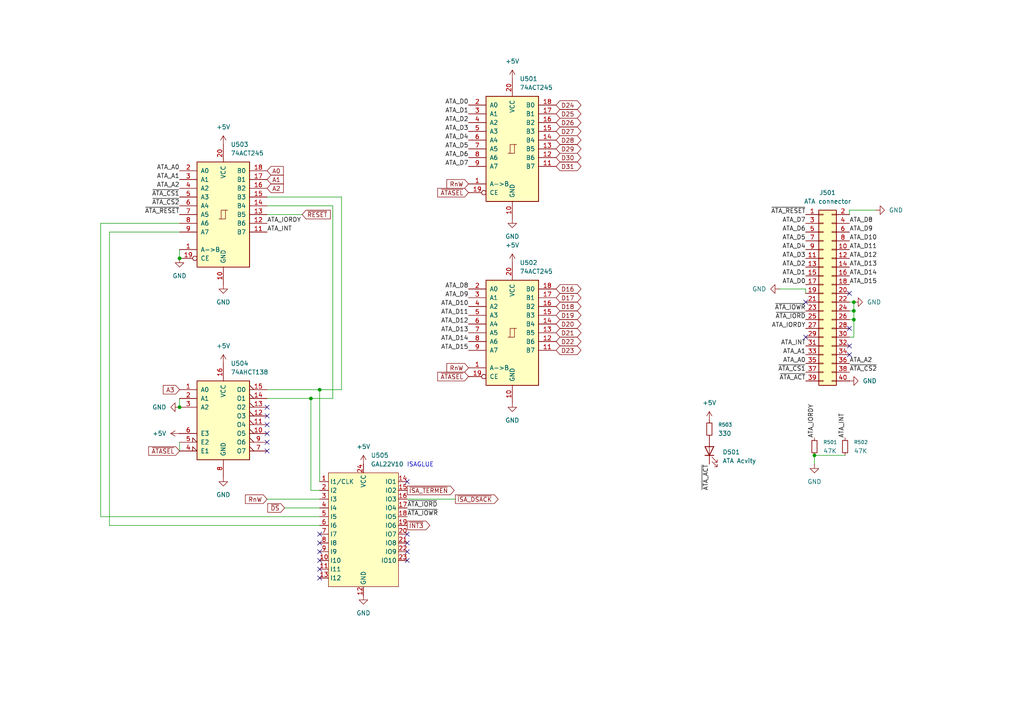
<source format=kicad_sch>
(kicad_sch (version 20250114) (generator "eeschema") (generator_version "9.0")
  (paper "A4")
  (lib_symbols
    (symbol "74xx:74HC245" (pin_names (offset 1.016))
      (property "Reference" "U" (at -7.62 16.51 0))
      (property "Value" "74HC245" (at -7.62 -16.51 0))
      (symbol "74HC245_1_0"
        (polyline (pts (xy -1.27 -1.27) (xy 0.635 -1.27) (xy 0.635 1.27) (xy 1.27 1.27)))
        (polyline (pts (xy -0.635 -1.27) (xy -0.635 1.27) (xy 0.635 1.27)))
        (pin tri_state line (at -12.7 12.7 0) (length 5.08) (name "A0") (number "2"))
        (pin tri_state line (at -12.7 10.16 0) (length 5.08) (name "A1") (number "3"))
        (pin tri_state line (at -12.7 7.62 0) (length 5.08) (name "A2") (number "4"))
        (pin tri_state line (at -12.7 5.08 0) (length 5.08) (name "A3") (number "5"))
        (pin tri_state line (at -12.7 2.54 0) (length 5.08) (name "A4") (number "6"))
        (pin tri_state line (at -12.7 0 0) (length 5.08) (name "A5") (number "7"))
        (pin tri_state line (at -12.7 -2.54 0) (length 5.08) (name "A6") (number "8"))
        (pin tri_state line (at -12.7 -5.08 0) (length 5.08) (name "A7") (number "9"))
        (pin input line (at -12.7 -10.16 0) (length 5.08) (name "A->B") (number "1"))
        (pin input inverted (at -12.7 -12.7 0) (length 5.08) (name "CE") (number "19"))
        (pin power_in line (at 0 20.32 270) (length 5.08) (name "VCC") (number "20"))
        (pin power_in line (at 0 -20.32 90) (length 5.08) (name "GND") (number "10"))
        (pin tri_state line (at 12.7 12.7 180) (length 5.08) (name "B0") (number "18"))
        (pin tri_state line (at 12.7 10.16 180) (length 5.08) (name "B1") (number "17"))
        (pin tri_state line (at 12.7 7.62 180) (length 5.08) (name "B2") (number "16"))
        (pin tri_state line (at 12.7 5.08 180) (length 5.08) (name "B3") (number "15"))
        (pin tri_state line (at 12.7 2.54 180) (length 5.08) (name "B4") (number "14"))
        (pin tri_state line (at 12.7 0 180) (length 5.08) (name "B5") (number "13"))
        (pin tri_state line (at 12.7 -2.54 180) (length 5.08) (name "B6") (number "12"))
        (pin tri_state line (at 12.7 -5.08 180) (length 5.08) (name "B7") (number "11"))
      )
      (symbol "74HC245_1_1"
        (rectangle (start -7.62 15.24) (end 7.62 -15.24) (stroke (width 0.254)) (fill (type background)))
      )
    )
    (symbol "74xx:74LS138" (pin_names (offset 1.016))
      (property "Reference" "U" (at -7.62 11.43 0))
      (property "Value" "74LS138" (at -7.62 -13.97 0))
      (symbol "74LS138_1_0"
        (pin input line (at -12.7 7.62 0) (length 5.08) (name "A0") (number "1"))
        (pin input line (at -12.7 5.08 0) (length 5.08) (name "A1") (number "2"))
        (pin input line (at -12.7 2.54 0) (length 5.08) (name "A2") (number "3"))
        (pin input line (at -12.7 -5.08 0) (length 5.08) (name "E3") (number "6"))
        (pin input input_low (at -12.7 -7.62 0) (length 5.08) (name "E2") (number "5"))
        (pin input input_low (at -12.7 -10.16 0) (length 5.08) (name "E1") (number "4"))
        (pin power_in line (at 0 15.24 270) (length 5.08) (name "VCC") (number "16"))
        (pin power_in line (at 0 -17.78 90) (length 5.08) (name "GND") (number "8"))
        (pin output output_low (at 12.7 7.62 180) (length 5.08) (name "O0") (number "15"))
        (pin output output_low (at 12.7 5.08 180) (length 5.08) (name "O1") (number "14"))
        (pin output output_low (at 12.7 2.54 180) (length 5.08) (name "O2") (number "13"))
        (pin output output_low (at 12.7 0 180) (length 5.08) (name "O3") (number "12"))
        (pin output output_low (at 12.7 -2.54 180) (length 5.08) (name "O4") (number "11"))
        (pin output output_low (at 12.7 -5.08 180) (length 5.08) (name "O5") (number "10"))
        (pin output output_low (at 12.7 -7.62 180) (length 5.08) (name "O6") (number "9"))
        (pin output output_low (at 12.7 -10.16 180) (length 5.08) (name "O7") (number "7"))
      )
      (symbol "74LS138_1_1"
        (rectangle (start -7.62 10.16) (end 7.62 -12.7) (stroke (width 0.254)) (fill (type background)))
      )
    )
    (symbol "Connector_Generic:Conn_02x20_Odd_Even" (pin_names (offset 1.016) (hide yes))
      (property "Reference" "J" (at 1.27 25.4 0))
      (property "Value" "Conn_02x20_Odd_Even" (at 1.27 -27.94 0))
      (symbol "Conn_02x20_Odd_Even_1_1"
        (rectangle (start -1.27 24.13) (end 3.81 -26.67) (stroke (width 0.254)) (fill (type background)))
        (rectangle (start -1.27 22.987) (end 0 22.733) (stroke (width 0.1524)))
        (rectangle (start -1.27 20.447) (end 0 20.193) (stroke (width 0.1524)))
        (rectangle (start -1.27 17.907) (end 0 17.653) (stroke (width 0.1524)))
        (rectangle (start -1.27 15.367) (end 0 15.113) (stroke (width 0.1524)))
        (rectangle (start -1.27 12.827) (end 0 12.573) (stroke (width 0.1524)))
        (rectangle (start -1.27 10.287) (end 0 10.033) (stroke (width 0.1524)))
        (rectangle (start -1.27 7.747) (end 0 7.493) (stroke (width 0.1524)))
        (rectangle (start -1.27 5.207) (end 0 4.953) (stroke (width 0.1524)))
        (rectangle (start -1.27 2.667) (end 0 2.413) (stroke (width 0.1524)))
        (rectangle (start -1.27 0.127) (end 0 -0.127) (stroke (width 0.1524)))
        (rectangle (start -1.27 -2.413) (end 0 -2.667) (stroke (width 0.1524)))
        (rectangle (start -1.27 -4.953) (end 0 -5.207) (stroke (width 0.1524)))
        (rectangle (start -1.27 -7.493) (end 0 -7.747) (stroke (width 0.1524)))
        (rectangle (start -1.27 -10.033) (end 0 -10.287) (stroke (width 0.1524)))
        (rectangle (start -1.27 -12.573) (end 0 -12.827) (stroke (width 0.1524)))
        (rectangle (start -1.27 -15.113) (end 0 -15.367) (stroke (width 0.1524)))
        (rectangle (start -1.27 -17.653) (end 0 -17.907) (stroke (width 0.1524)))
        (rectangle (start -1.27 -20.193) (end 0 -20.447) (stroke (width 0.1524)))
        (rectangle (start -1.27 -22.733) (end 0 -22.987) (stroke (width 0.1524)))
        (rectangle (start -1.27 -25.273) (end 0 -25.527) (stroke (width 0.1524)))
        (rectangle (start 3.81 22.987) (end 2.54 22.733) (stroke (width 0.1524)))
        (rectangle (start 3.81 20.447) (end 2.54 20.193) (stroke (width 0.1524)))
        (rectangle (start 3.81 17.907) (end 2.54 17.653) (stroke (width 0.1524)))
        (rectangle (start 3.81 15.367) (end 2.54 15.113) (stroke (width 0.1524)))
        (rectangle (start 3.81 12.827) (end 2.54 12.573) (stroke (width 0.1524)))
        (rectangle (start 3.81 10.287) (end 2.54 10.033) (stroke (width 0.1524)))
        (rectangle (start 3.81 7.747) (end 2.54 7.493) (stroke (width 0.1524)))
        (rectangle (start 3.81 5.207) (end 2.54 4.953) (stroke (width 0.1524)))
        (rectangle (start 3.81 2.667) (end 2.54 2.413) (stroke (width 0.1524)))
        (rectangle (start 3.81 0.127) (end 2.54 -0.127) (stroke (width 0.1524)))
        (rectangle (start 3.81 -2.413) (end 2.54 -2.667) (stroke (width 0.1524)))
        (rectangle (start 3.81 -4.953) (end 2.54 -5.207) (stroke (width 0.1524)))
        (rectangle (start 3.81 -7.493) (end 2.54 -7.747) (stroke (width 0.1524)))
        (rectangle (start 3.81 -10.033) (end 2.54 -10.287) (stroke (width 0.1524)))
        (rectangle (start 3.81 -12.573) (end 2.54 -12.827) (stroke (width 0.1524)))
        (rectangle (start 3.81 -15.113) (end 2.54 -15.367) (stroke (width 0.1524)))
        (rectangle (start 3.81 -17.653) (end 2.54 -17.907) (stroke (width 0.1524)))
        (rectangle (start 3.81 -20.193) (end 2.54 -20.447) (stroke (width 0.1524)))
        (rectangle (start 3.81 -22.733) (end 2.54 -22.987) (stroke (width 0.1524)))
        (rectangle (start 3.81 -25.273) (end 2.54 -25.527) (stroke (width 0.1524)))
        (pin passive line (at -5.08 22.86 0) (length 3.81) (name "Pin_1") (number "1"))
        (pin passive line (at -5.08 20.32 0) (length 3.81) (name "Pin_3") (number "3"))
        (pin passive line (at -5.08 17.78 0) (length 3.81) (name "Pin_5") (number "5"))
        (pin passive line (at -5.08 15.24 0) (length 3.81) (name "Pin_7") (number "7"))
        (pin passive line (at -5.08 12.7 0) (length 3.81) (name "Pin_9") (number "9"))
        (pin passive line (at -5.08 10.16 0) (length 3.81) (name "Pin_11") (number "11"))
        (pin passive line (at -5.08 7.62 0) (length 3.81) (name "Pin_13") (number "13"))
        (pin passive line (at -5.08 5.08 0) (length 3.81) (name "Pin_15") (number "15"))
        (pin passive line (at -5.08 2.54 0) (length 3.81) (name "Pin_17") (number "17"))
        (pin passive line (at -5.08 0 0) (length 3.81) (name "Pin_19") (number "19"))
        (pin passive line (at -5.08 -2.54 0) (length 3.81) (name "Pin_21") (number "21"))
        (pin passive line (at -5.08 -5.08 0) (length 3.81) (name "Pin_23") (number "23"))
        (pin passive line (at -5.08 -7.62 0) (length 3.81) (name "Pin_25") (number "25"))
        (pin passive line (at -5.08 -10.16 0) (length 3.81) (name "Pin_27") (number "27"))
        (pin passive line (at -5.08 -12.7 0) (length 3.81) (name "Pin_29") (number "29"))
        (pin passive line (at -5.08 -15.24 0) (length 3.81) (name "Pin_31") (number "31"))
        (pin passive line (at -5.08 -17.78 0) (length 3.81) (name "Pin_33") (number "33"))
        (pin passive line (at -5.08 -20.32 0) (length 3.81) (name "Pin_35") (number "35"))
        (pin passive line (at -5.08 -22.86 0) (length 3.81) (name "Pin_37") (number "37"))
        (pin passive line (at -5.08 -25.4 0) (length 3.81) (name "Pin_39") (number "39"))
        (pin passive line (at 7.62 22.86 180) (length 3.81) (name "Pin_2") (number "2"))
        (pin passive line (at 7.62 20.32 180) (length 3.81) (name "Pin_4") (number "4"))
        (pin passive line (at 7.62 17.78 180) (length 3.81) (name "Pin_6") (number "6"))
        (pin passive line (at 7.62 15.24 180) (length 3.81) (name "Pin_8") (number "8"))
        (pin passive line (at 7.62 12.7 180) (length 3.81) (name "Pin_10") (number "10"))
        (pin passive line (at 7.62 10.16 180) (length 3.81) (name "Pin_12") (number "12"))
        (pin passive line (at 7.62 7.62 180) (length 3.81) (name "Pin_14") (number "14"))
        (pin passive line (at 7.62 5.08 180) (length 3.81) (name "Pin_16") (number "16"))
        (pin passive line (at 7.62 2.54 180) (length 3.81) (name "Pin_18") (number "18"))
        (pin passive line (at 7.62 0 180) (length 3.81) (name "Pin_20") (number "20"))
        (pin passive line (at 7.62 -2.54 180) (length 3.81) (name "Pin_22") (number "22"))
        (pin passive line (at 7.62 -5.08 180) (length 3.81) (name "Pin_24") (number "24"))
        (pin passive line (at 7.62 -7.62 180) (length 3.81) (name "Pin_26") (number "26"))
        (pin passive line (at 7.62 -10.16 180) (length 3.81) (name "Pin_28") (number "28"))
        (pin passive line (at 7.62 -12.7 180) (length 3.81) (name "Pin_30") (number "30"))
        (pin passive line (at 7.62 -15.24 180) (length 3.81) (name "Pin_32") (number "32"))
        (pin passive line (at 7.62 -17.78 180) (length 3.81) (name "Pin_34") (number "34"))
        (pin passive line (at 7.62 -20.32 180) (length 3.81) (name "Pin_36") (number "36"))
        (pin passive line (at 7.62 -22.86 180) (length 3.81) (name "Pin_38") (number "38"))
        (pin passive line (at 7.62 -25.4 180) (length 3.81) (name "Pin_40") (number "40"))
      )
    )
    (symbol "Device:LED" (pin_numbers (hide yes)) (pin_names (offset 1.016) (hide yes))
      (property "Reference" "D" (at 0 2.54 0))
      (property "Value" "LED" (at 0 -2.54 0))
      (symbol "LED_0_1"
        (polyline (pts (xy -3.048 -0.762) (xy -4.572 -2.286) (xy -3.81 -2.286) (xy -4.572 -2.286) (xy -4.572 -1.524)))
        (polyline (pts (xy -1.778 -0.762) (xy -3.302 -2.286) (xy -2.54 -2.286) (xy -3.302 -2.286) (xy -3.302 -1.524)))
        (polyline (pts (xy -1.27 0) (xy 1.27 0)))
        (polyline (pts (xy -1.27 -1.27) (xy -1.27 1.27)) (stroke (width 0.254)))
        (polyline (pts (xy 1.27 -1.27) (xy 1.27 1.27) (xy -1.27 0) (xy 1.27 -1.27)) (stroke (width 0.254)))
      )
      (symbol "LED_1_1"
        (pin passive line (at -3.81 0 0) (length 2.54) (name "K") (number "1"))
        (pin passive line (at 3.81 0 180) (length 2.54) (name "A") (number "2"))
      )
    )
    (symbol "Device:R_Small" (pin_numbers (hide yes)) (pin_names (offset 0.254) (hide yes))
      (property "Reference" "R" (at 0 0 90))
      (property "Value" "R_Small" (at 1.778 0 90))
      (symbol "R_Small_0_1"
        (rectangle (start -0.762 1.778) (end 0.762 -1.778) (stroke (width 0.2032)))
      )
      (symbol "R_Small_1_1"
        (pin passive line (at 0 2.54 270) (length 0.762) (name "~") (number "1"))
        (pin passive line (at 0 -2.54 90) (length 0.762) (name "~") (number "2"))
      )
    )
    (symbol "jrt-ICs:GAL22V10" (pin_names (offset 0.5))
      (property "Reference" "U" (at 2.54 20.32 0))
      (property "Value" "GAL22V10" (at 0 0 0))
      (symbol "GAL22V10_1_1"
        (rectangle (start -10.16 16.51) (end 10.16 -16.51) (fill (type background)))
        (pin input line (at -12.7 13.97 0) (length 2.54) (name "I1/CLK") (number "1"))
        (pin input line (at -12.7 11.43 0) (length 2.54) (name "I2") (number "2"))
        (pin input line (at -12.7 8.89 0) (length 2.54) (name "I3") (number "3"))
        (pin input line (at -12.7 6.35 0) (length 2.54) (name "I4") (number "4"))
        (pin input line (at -12.7 3.81 0) (length 2.54) (name "I5") (number "5"))
        (pin input line (at -12.7 1.27 0) (length 2.54) (name "I6") (number "6"))
        (pin input line (at -12.7 -1.27 0) (length 2.54) (name "I7") (number "7"))
        (pin input line (at -12.7 -3.81 0) (length 2.54) (name "I8") (number "8"))
        (pin input line (at -12.7 -6.35 0) (length 2.54) (name "I9") (number "9"))
        (pin input line (at -12.7 -8.89 0) (length 2.54) (name "I10") (number "10"))
        (pin input line (at -12.7 -11.43 0) (length 2.54) (name "I11") (number "11"))
        (pin input line (at -12.7 -13.97 0) (length 2.54) (name "I12") (number "13"))
        (pin power_in line (at 0 19.05 270) (length 2.54) (name "VCC") (number "24"))
        (pin power_in line (at 0 -19.05 90) (length 2.54) (name "GND") (number "12"))
        (pin tri_state line (at 12.7 13.97 180) (length 2.54) (name "IO1") (number "14"))
        (pin tri_state line (at 12.7 11.43 180) (length 2.54) (name "IO2") (number "15"))
        (pin tri_state line (at 12.7 8.89 180) (length 2.54) (name "IO3") (number "16"))
        (pin tri_state line (at 12.7 6.35 180) (length 2.54) (name "IO4") (number "17"))
        (pin tri_state line (at 12.7 3.81 180) (length 2.54) (name "IO5") (number "18"))
        (pin tri_state line (at 12.7 1.27 180) (length 2.54) (name "IO6") (number "19"))
        (pin tri_state line (at 12.7 -1.27 180) (length 2.54) (name "IO7") (number "20"))
        (pin tri_state line (at 12.7 -3.81 180) (length 2.54) (name "IO8") (number "21"))
        (pin tri_state line (at 12.7 -6.35 180) (length 2.54) (name "IO9") (number "22"))
        (pin tri_state line (at 12.7 -8.89 180) (length 2.54) (name "IO10") (number "23"))
      )
    )
    (symbol "power:+5V" (power) (pin_numbers (hide yes)) (pin_names (offset 0) (hide yes))
      (property "Value" "+5V" (at 0 3.556 0))
      (symbol "+5V_0_1"
        (polyline (pts (xy -0.762 1.27) (xy 0 2.54)))
        (polyline (pts (xy 0 2.54) (xy 0.762 1.27)))
        (polyline (pts (xy 0 0) (xy 0 2.54)))
      )
      (symbol "+5V_1_1"
        (pin power_in line (at 0 0 90) (length 0) (name "~") (number "1"))
      )
    )
    (symbol "power:GND" (power) (pin_numbers (hide yes)) (pin_names (offset 0) (hide yes))
      (property "Value" "GND" (at 0 -3.81 0))
      (symbol "GND_0_1"
        (polyline (pts (xy 0 0) (xy 0 -1.27) (xy 1.27 -1.27) (xy 0 -2.54) (xy -1.27 -1.27) (xy 0 -1.27)))
      )
      (symbol "GND_1_1"
        (pin power_in line (at 0 0 270) (length 0) (name "~") (number "1"))
      )
    )
  )
  (text "ISAGLUE" (at 121.92 134.874 0) (effects (font (size 1.27 1.27))))
  (junction (at 236.22 132.08))
  (junction (at 92.71 113.03))
  (junction (at 52.07 118.11))
  (junction (at 90.17 115.57))
  (junction (at 52.07 74.93))
  (junction (at 247.65 92.71))
  (junction (at 247.65 90.17))
  (junction (at 247.65 87.63))
  (no_connect (at 118.11 139.7))
  (no_connect (at 77.47 128.27))
  (no_connect (at 77.47 130.81))
  (no_connect (at 92.71 157.48))
  (no_connect (at 118.11 154.94))
  (no_connect (at 246.38 100.33))
  (no_connect (at 77.47 118.11))
  (no_connect (at 246.38 102.87))
  (no_connect (at 77.47 120.65))
  (no_connect (at 233.68 87.63))
  (no_connect (at 77.47 123.19))
  (no_connect (at 92.71 165.1))
  (no_connect (at 77.47 125.73))
  (no_connect (at 92.71 162.56))
  (no_connect (at 118.11 162.56))
  (no_connect (at 233.68 97.79))
  (no_connect (at 92.71 160.02))
  (no_connect (at 118.11 160.02))
  (no_connect (at 92.71 167.64))
  (no_connect (at 118.11 157.48))
  (no_connect (at 246.38 95.25))
  (no_connect (at 92.71 154.94))
  (no_connect (at 246.38 85.09))
  (wire (pts (xy 52.07 115.57) (xy 52.07 118.11)))
  (wire (pts (xy 77.47 144.78) (xy 92.71 144.78)))
  (wire (pts (xy 77.47 113.03) (xy 92.71 113.03)))
  (wire (pts (xy 92.71 113.03) (xy 92.71 139.7)))
  (wire (pts (xy 29.21 149.86) (xy 92.71 149.86)))
  (wire (pts (xy 31.75 67.31) (xy 31.75 152.4)))
  (wire (pts (xy 132.08 144.78) (xy 118.11 144.78)))
  (wire (pts (xy 87.63 62.23) (xy 77.47 62.23)))
  (wire (pts (xy 247.65 92.71) (xy 247.65 97.79)))
  (wire (pts (xy 247.65 87.63) (xy 247.65 90.17)))
  (wire (pts (xy 52.07 72.39) (xy 52.07 74.93)))
  (wire (pts (xy 247.65 90.17) (xy 247.65 92.71)))
  (wire (pts (xy 96.52 59.69) (xy 96.52 115.57)))
  (wire (pts (xy 226.06 83.82) (xy 233.68 83.82)))
  (wire (pts (xy 99.06 113.03) (xy 92.71 113.03)))
  (wire (pts (xy 77.47 59.69) (xy 96.52 59.69)))
  (wire (pts (xy 246.38 60.96) (xy 246.38 62.23)))
  (wire (pts (xy 247.65 97.79) (xy 246.38 97.79)))
  (wire (pts (xy 90.17 115.57) (xy 90.17 142.24)))
  (wire (pts (xy 99.06 113.03) (xy 99.06 57.15)))
  (wire (pts (xy 246.38 90.17) (xy 247.65 90.17)))
  (wire (pts (xy 52.07 67.31) (xy 31.75 67.31)))
  (wire (pts (xy 99.06 57.15) (xy 77.47 57.15)))
  (wire (pts (xy 96.52 115.57) (xy 90.17 115.57)))
  (wire (pts (xy 236.22 132.08) (xy 236.22 134.62)))
  (wire (pts (xy 77.47 115.57) (xy 90.17 115.57)))
  (wire (pts (xy 52.07 64.77) (xy 29.21 64.77)))
  (wire (pts (xy 233.68 83.82) (xy 233.68 85.09)))
  (wire (pts (xy 90.17 142.24) (xy 92.71 142.24)))
  (wire (pts (xy 254 60.96) (xy 246.38 60.96)))
  (wire (pts (xy 246.38 87.63) (xy 247.65 87.63)))
  (wire (pts (xy 82.55 147.32) (xy 92.71 147.32)))
  (wire (pts (xy 52.07 128.27) (xy 52.07 130.81)))
  (wire (pts (xy 31.75 152.4) (xy 92.71 152.4)))
  (wire (pts (xy 246.38 92.71) (xy 247.65 92.71)))
  (wire (pts (xy 236.22 132.08) (xy 245.11 132.08)))
  (wire (pts (xy 29.21 64.77) (xy 29.21 149.86)))
  (label "ATA_D0" (at 135.89 30.48 180))
  (label "ATA_D6" (at 135.89 45.72 180))
  (label "ATA_A1" (at 52.07 52.07 180))
  (label "~{ATA_RESET}" (at 233.68 62.23 180))
  (label "ATA_D1" (at 135.89 33.02 180))
  (label "ATA_D10" (at 246.38 69.85 0))
  (label "ATA_D11" (at 246.38 72.39 0))
  (label "~{ATA_ACT}" (at 205.74 134.62 270))
  (label "ATA_D13" (at 135.89 96.52 180))
  (label "~{ATA_IOWR}" (at 233.68 90.17 180))
  (label "ATA_D8" (at 135.89 83.82 180))
  (label "ATA_D6" (at 233.68 67.31 180))
  (label "ATA_D13" (at 246.38 77.47 0))
  (label "~{ATA_CS1}" (at 52.07 57.15 180))
  (label "ATA_A1" (at 233.68 102.87 180))
  (label "ATA_D5" (at 233.68 69.85 180))
  (label "ATA_D7" (at 233.68 64.77 180))
  (label "ATA_A2" (at 246.38 105.41 0))
  (label "ATA_D9" (at 246.38 67.31 0))
  (label "ATA_D15" (at 135.89 101.6 180))
  (label "ATA_D12" (at 246.38 74.93 0))
  (label "ATA_D12" (at 135.89 93.98 180))
  (label "ATA_D8" (at 246.38 64.77 0))
  (label "ATA_INT" (at 233.68 100.33 180))
  (label "ATA_A0" (at 52.07 49.53 180))
  (label "ATA_D4" (at 233.68 72.39 180))
  (label "ATA_D14" (at 135.89 99.06 180))
  (label "~{ATA_RESET}" (at 52.07 62.23 180))
  (label "ATA_D7" (at 135.89 48.26 180))
  (label "ATA_IORDY" (at 233.68 95.25 180))
  (label "ATA_D14" (at 246.38 80.01 0))
  (label "~{ATA_IORD}" (at 233.68 92.71 180))
  (label "ATA_IORDY" (at 236.22 127 90))
  (label "ATA_D15" (at 246.38 82.55 0))
  (label "ATA_D11" (at 135.89 91.44 180))
  (label "ATA_INT" (at 245.11 127 90))
  (label "ATA_INT" (at 77.47 67.31 0))
  (label "ATA_D5" (at 135.89 43.18 180))
  (label "ATA_IORDY" (at 77.47 64.77 0))
  (label "~{ATA_IORD}" (at 118.11 147.32 0))
  (label "ATA_D10" (at 135.89 88.9 180))
  (label "ATA_D2" (at 233.68 77.47 180))
  (label "ATA_A2" (at 52.07 54.61 180))
  (label "ATA_D1" (at 233.68 80.01 180))
  (label "~{ATA_CS2}" (at 52.07 59.69 180))
  (label "ATA_D4" (at 135.89 40.64 180))
  (label "ATA_A0" (at 233.68 105.41 180))
  (label "~{ATA_ACT}" (at 233.68 110.49 180))
  (label "~{ATA_CS2}" (at 246.38 107.95 0))
  (label "ATA_D0" (at 233.68 82.55 180))
  (label "ATA_D2" (at 135.89 35.56 180))
  (label "~{ATA_IOWR}" (at 118.11 149.86 0))
  (label "ATA_D9" (at 135.89 86.36 180))
  (label "ATA_D3" (at 233.68 74.93 180))
  (label "~{ATA_CS1}" (at 233.68 107.95 180))
  (label "ATA_D3" (at 135.89 38.1 180))
  (global_label "D25" (shape bidirectional) (at 161.29 33.02 0) (property "Intersheetrefs" "${INTERSHEET_REFS}" (effects (hide yes))))
  (global_label "A1" (shape input) (at 77.47 52.07 0) (property "Intersheetrefs" "${INTERSHEET_REFS}" (effects (hide yes))))
  (global_label "D26" (shape bidirectional) (at 161.29 35.56 0) (property "Intersheetrefs" "${INTERSHEET_REFS}" (effects (hide yes))))
  (global_label "~{ATASEL}" (shape input) (at 52.07 130.81 180) (property "Intersheetrefs" "${INTERSHEET_REFS}" (effects (hide yes))))
  (global_label "A3" (shape input) (at 52.07 113.03 180) (property "Intersheetrefs" "${INTERSHEET_REFS}" (effects (hide yes))))
  (global_label "~{ISA_DSACK}" (shape output) (at 132.08 144.78 0) (property "Intersheetrefs" "${INTERSHEET_REFS}" (effects (hide yes))))
  (global_label "D16" (shape bidirectional) (at 161.29 83.82 0) (property "Intersheetrefs" "${INTERSHEET_REFS}" (effects (hide yes))))
  (global_label "~{ISA_TERMEN}" (shape output) (at 118.11 142.24 0) (property "Intersheetrefs" "${INTERSHEET_REFS}" (effects (hide yes))))
  (global_label "RnW" (shape input) (at 77.47 144.78 180) (property "Intersheetrefs" "${INTERSHEET_REFS}" (effects (hide yes))))
  (global_label "~{ATASEL}" (shape input) (at 135.89 109.22 180) (property "Intersheetrefs" "${INTERSHEET_REFS}" (effects (hide yes))))
  (global_label "A2" (shape input) (at 77.47 54.61 0) (property "Intersheetrefs" "${INTERSHEET_REFS}" (effects (hide yes))))
  (global_label "~{ATASEL}" (shape input) (at 135.89 55.88 180) (property "Intersheetrefs" "${INTERSHEET_REFS}" (effects (hide yes))))
  (global_label "~{DS}" (shape input) (at 82.55 147.32 180) (property "Intersheetrefs" "${INTERSHEET_REFS}" (effects (hide yes))))
  (global_label "D31" (shape bidirectional) (at 161.29 48.26 0) (property "Intersheetrefs" "${INTERSHEET_REFS}" (effects (hide yes))))
  (global_label "D27" (shape bidirectional) (at 161.29 38.1 0) (property "Intersheetrefs" "${INTERSHEET_REFS}" (effects (hide yes))))
  (global_label "D19" (shape bidirectional) (at 161.29 91.44 0) (property "Intersheetrefs" "${INTERSHEET_REFS}" (effects (hide yes))))
  (global_label "D17" (shape bidirectional) (at 161.29 86.36 0) (property "Intersheetrefs" "${INTERSHEET_REFS}" (effects (hide yes))))
  (global_label "D18" (shape bidirectional) (at 161.29 88.9 0) (property "Intersheetrefs" "${INTERSHEET_REFS}" (effects (hide yes))))
  (global_label "D20" (shape bidirectional) (at 161.29 93.98 0) (property "Intersheetrefs" "${INTERSHEET_REFS}" (effects (hide yes))))
  (global_label "D30" (shape bidirectional) (at 161.29 45.72 0) (property "Intersheetrefs" "${INTERSHEET_REFS}" (effects (hide yes))))
  (global_label "D24" (shape bidirectional) (at 161.29 30.48 0) (property "Intersheetrefs" "${INTERSHEET_REFS}" (effects (hide yes))))
  (global_label "D21" (shape bidirectional) (at 161.29 96.52 0) (property "Intersheetrefs" "${INTERSHEET_REFS}" (effects (hide yes))))
  (global_label "D29" (shape bidirectional) (at 161.29 43.18 0) (property "Intersheetrefs" "${INTERSHEET_REFS}" (effects (hide yes))))
  (global_label "D22" (shape bidirectional) (at 161.29 99.06 0) (property "Intersheetrefs" "${INTERSHEET_REFS}" (effects (hide yes))))
  (global_label "A0" (shape input) (at 77.47 49.53 0) (property "Intersheetrefs" "${INTERSHEET_REFS}" (effects (hide yes))))
  (global_label "D28" (shape bidirectional) (at 161.29 40.64 0) (property "Intersheetrefs" "${INTERSHEET_REFS}" (effects (hide yes))))
  (global_label "RnW" (shape input) (at 135.89 106.68 180) (property "Intersheetrefs" "${INTERSHEET_REFS}" (effects (hide yes))))
  (global_label "~{RESET}" (shape input) (at 87.63 62.23 0) (property "Intersheetrefs" "${INTERSHEET_REFS}" (effects (hide yes))))
  (global_label "~{INT3}" (shape output) (at 118.11 152.4 0) (property "Intersheetrefs" "${INTERSHEET_REFS}" (effects (hide yes))))
  (global_label "D23" (shape bidirectional) (at 161.29 101.6 0) (property "Intersheetrefs" "${INTERSHEET_REFS}" (effects (hide yes))))
  (global_label "RnW" (shape input) (at 135.89 53.34 180) (property "Intersheetrefs" "${INTERSHEET_REFS}" (effects (hide yes))))
  (symbol (lib_id "power:+5V") (at 205.74 121.92 0) (unit 1)
    (property "Reference" "#PWR0510" (effects (hide yes)))
    (property "Value" "+5V" (at 205.74 116.84 0))
    (property "Description" "Power symbol creates a global label with name \"+5V\"" (effects (hide yes)))
  )
  (symbol (lib_id "power:GND") (at 246.38 110.49 90) (unit 1)
    (property "Reference" "#PWR0508" (effects (hide yes)))
    (property "Value" "GND" (at 250.19 110.4899 90) (effects (justify right)))
    (property "Description" "Power symbol creates a global label with name \"GND\" , ground" (effects (hide yes)))
  )
  (symbol (lib_id "power:+5V") (at 52.07 125.73 90) (unit 1)
    (property "Reference" "#PWR0514" (effects (hide yes)))
    (property "Value" "+5V" (at 48.26 125.7299 90) (effects (justify left)))
    (property "Description" "Power symbol creates a global label with name \"+5V\"" (effects (hide yes)))
  )
  (symbol (lib_id "power:GND") (at 236.22 134.62 0) (unit 1)
    (property "Reference" "#PWR0509" (effects (hide yes)))
    (property "Value" "GND" (at 236.22 139.7 0))
    (property "Description" "Power symbol creates a global label with name \"GND\" , ground" (effects (hide yes)))
  )
  (symbol (lib_id "power:GND") (at 64.77 82.55 0) (unit 1)
    (property "Reference" "#PWR0512" (effects (hide yes)))
    (property "Value" "GND" (at 64.77 87.63 0))
    (property "Description" "Power symbol creates a global label with name \"GND\" , ground" (effects (hide yes)))
  )
  (symbol (lib_id "power:GND") (at 148.59 116.84 0) (unit 1)
    (property "Reference" "#PWR0504" (effects (hide yes)))
    (property "Value" "GND" (at 148.59 121.92 0))
    (property "Description" "Power symbol creates a global label with name \"GND\" , ground" (effects (hide yes)))
  )
  (symbol (lib_id "power:GND") (at 247.65 87.63 90) (unit 1)
    (property "Reference" "#PWR0507" (effects (hide yes)))
    (property "Value" "GND" (at 251.46 87.6299 90) (effects (justify right)))
    (property "Description" "Power symbol creates a global label with name \"GND\" , ground" (effects (hide yes)))
  )
  (symbol (lib_id "Device:R_Small") (at 245.11 129.54 0) (unit 1)
    (property "Reference" "R502" (at 247.65 128.2699 0) (effects (font (size 1.016 1.016)) (justify left)))
    (property "Value" "47K" (at 247.65 130.8099 0) (effects (justify left)))
    (property "Footprint" "Resistor_SMD:R_0805_2012Metric" (effects (hide yes)))
    (property "Description" "Resistor, small symbol" (effects (hide yes)))
  )
  (symbol (lib_id "power:GND") (at 52.07 74.93 0) (unit 1)
    (property "Reference" "#PWR0519" (effects (hide yes)))
    (property "Value" "GND" (at 52.07 80.01 0))
    (property "Description" "Power symbol creates a global label with name \"GND\" , ground" (effects (hide yes)))
  )
  (symbol (lib_id "power:+5V") (at 64.77 41.91 0) (unit 1)
    (property "Reference" "#PWR0511" (effects (hide yes)))
    (property "Value" "+5V" (at 64.77 36.83 0))
    (property "Description" "Power symbol creates a global label with name \"+5V\"" (effects (hide yes)))
  )
  (symbol (lib_id "power:+5V") (at 64.77 105.41 0) (unit 1)
    (property "Reference" "#PWR0515" (effects (hide yes)))
    (property "Value" "+5V" (at 64.77 100.33 0))
    (property "Description" "Power symbol creates a global label with name \"+5V\"" (effects (hide yes)))
  )
  (symbol (lib_id "74xx:74LS138") (at 64.77 120.65 0) (unit 1)
    (property "Reference" "U504" (at 66.9133 105.41 0) (effects (justify left)))
    (property "Value" "74AHCT138" (at 66.9133 107.95 0) (effects (justify left)))
    (property "Footprint" "Package_SO:SOIC-16_3.9x9.9mm_P1.27mm" (effects (hide yes)))
    (property "Datasheet" "http://www.ti.com/lit/gpn/sn74LS138" (effects (hide yes)))
    (property "Description" "Decoder 3 to 8 active low outputs" (effects (hide yes)))
  )
  (symbol (lib_id "power:GND") (at 52.07 118.11 270) (unit 1)
    (property "Reference" "#PWR0513" (effects (hide yes)))
    (property "Value" "GND" (at 48.26 118.1099 90) (effects (justify right)))
    (property "Description" "Power symbol creates a global label with name \"GND\" , ground" (effects (hide yes)))
  )
  (symbol (lib_id "power:GND") (at 64.77 138.43 0) (unit 1)
    (property "Reference" "#PWR0516" (effects (hide yes)))
    (property "Value" "GND" (at 64.77 143.51 0))
    (property "Description" "Power symbol creates a global label with name \"GND\" , ground" (effects (hide yes)))
  )
  (symbol (lib_id "power:+5V") (at 105.41 134.62 0) (unit 1)
    (property "Reference" "#PWR0517" (effects (hide yes)))
    (property "Value" "+5V" (at 105.41 129.54 0))
    (property "Description" "Power symbol creates a global label with name \"+5V\"" (effects (hide yes)))
  )
  (symbol (lib_id "power:+5V") (at 148.59 76.2 0) (unit 1)
    (property "Reference" "#PWR0502" (effects (hide yes)))
    (property "Value" "+5V" (at 148.59 71.12 0))
    (property "Description" "Power symbol creates a global label with name \"+5V\"" (effects (hide yes)))
  )
  (symbol (lib_id "power:GND") (at 148.59 63.5 0) (unit 1)
    (property "Reference" "#PWR0503" (effects (hide yes)))
    (property "Value" "GND" (at 148.59 68.58 0))
    (property "Description" "Power symbol creates a global label with name \"GND\" , ground" (effects (hide yes)))
  )
  (symbol (lib_id "74xx:74HC245") (at 148.59 96.52 0) (unit 1)
    (property "Reference" "U502" (at 150.7333 76.2 0) (effects (justify left)))
    (property "Value" "74ACT245" (at 150.7333 78.74 0) (effects (justify left)))
    (property "Footprint" "Package_SO:SOIC-20W_7.5x12.8mm_P1.27mm" (effects (hide yes)))
    (property "Datasheet" "http://www.ti.com/lit/gpn/sn74HC245" (effects (hide yes)))
    (property "Description" "Octal BUS Transceivers, 3-State outputs" (effects (hide yes)))
    (property "Part" "74ACT245SCX" (effects (hide yes)))
  )
  (symbol (lib_id "power:GND") (at 226.06 83.82 270) (unit 1)
    (property "Reference" "#PWR0506" (effects (hide yes)))
    (property "Value" "GND" (at 222.25 83.8199 90) (effects (justify right)))
    (property "Description" "Power symbol creates a global label with name \"GND\" , ground" (effects (hide yes)))
  )
  (symbol (lib_id "74xx:74HC245") (at 148.59 43.18 0) (unit 1)
    (property "Reference" "U501" (at 150.7333 22.86 0) (effects (justify left)))
    (property "Value" "74ACT245" (at 150.7333 25.4 0) (effects (justify left)))
    (property "Footprint" "Package_SO:SOIC-20W_7.5x12.8mm_P1.27mm" (effects (hide yes)))
    (property "Datasheet" "http://www.ti.com/lit/gpn/sn74HC245" (effects (hide yes)))
    (property "Description" "Octal BUS Transceivers, 3-State outputs" (effects (hide yes)))
    (property "Part" "74ACT245SCX" (effects (hide yes)))
  )
  (symbol (lib_id "jrt-ICs:GAL22V10") (at 105.41 153.67 0) (unit 1)
    (property "Reference" "U505" (at 107.5533 132.08 0) (effects (justify left)))
    (property "Value" "GAL22V10" (at 107.5533 134.62 0) (effects (justify left)))
  )
  (symbol (lib_id "power:GND") (at 254 60.96 90) (unit 1)
    (property "Reference" "#PWR0505" (effects (hide yes)))
    (property "Value" "GND" (at 257.81 60.9599 90) (effects (justify right)))
    (property "Description" "Power symbol creates a global label with name \"GND\" , ground" (effects (hide yes)))
  )
  (symbol (lib_id "Device:R_Small") (at 236.22 129.54 0) (unit 1)
    (property "Reference" "R501" (at 238.76 128.2699 0) (effects (font (size 1.016 1.016)) (justify left)))
    (property "Value" "47K" (at 238.76 130.8099 0) (effects (justify left)))
    (property "Footprint" "Resistor_SMD:R_0805_2012Metric" (effects (hide yes)))
    (property "Description" "Resistor, small symbol" (effects (hide yes)))
  )
  (symbol (lib_id "Device:LED") (at 205.74 130.81 90) (unit 1)
    (property "Reference" "D501" (at 209.55 131.1274 90) (effects (justify right)))
    (property "Value" "ATA Acvity" (at 209.55 133.6674 90) (effects (justify right)))
    (property "Footprint" "LED_THT:LED_D3.0mm" (effects (hide yes)))
    (property "Description" "Light emitting diode" (effects (hide yes)))
    (property "Sim.Pins" "1=K 2=A" (effects (hide yes)))
  )
  (symbol (lib_id "power:+5V") (at 148.59 22.86 0) (unit 1)
    (property "Reference" "#PWR0501" (effects (hide yes)))
    (property "Value" "+5V" (at 148.59 17.78 0))
    (property "Description" "Power symbol creates a global label with name \"+5V\"" (effects (hide yes)))
  )
  (symbol (lib_id "74xx:74HC245") (at 64.77 62.23 0) (unit 1)
    (property "Reference" "U503" (at 66.9133 41.91 0) (effects (justify left)))
    (property "Value" "74ACT245" (at 66.9133 44.45 0) (effects (justify left)))
    (property "Footprint" "Package_SO:SOIC-20W_7.5x12.8mm_P1.27mm" (effects (hide yes)))
    (property "Datasheet" "http://www.ti.com/lit/gpn/sn74HC245" (effects (hide yes)))
    (property "Description" "Octal BUS Transceivers, 3-State outputs" (effects (hide yes)))
    (property "Part" "74ACT245SCX" (effects (hide yes)))
  )
  (symbol (lib_id "power:GND") (at 105.41 172.72 0) (unit 1)
    (property "Reference" "#PWR0518" (effects (hide yes)))
    (property "Value" "GND" (at 105.41 177.8 0))
    (property "Description" "Power symbol creates a global label with name \"GND\" , ground" (effects (hide yes)))
  )
  (symbol (lib_id "Device:R_Small") (at 205.74 124.46 0) (unit 1)
    (property "Reference" "R503" (at 208.28 123.1899 0) (effects (font (size 1.016 1.016)) (justify left)))
    (property "Value" "330" (at 208.28 125.7299 0) (effects (justify left)))
    (property "Footprint" "Resistor_SMD:R_0805_2012Metric" (effects (hide yes)))
    (property "Description" "Resistor, small symbol" (effects (hide yes)))
  )
  (symbol (lib_id "Connector_Generic:Conn_02x20_Odd_Even") (at 238.76 85.09 0) (unit 1)
    (property "Reference" "J501" (at 240.03 55.88 0))
    (property "Value" "ATA connector" (at 240.03 58.42 0))
    (property "Description" "Generic connector, double row, 02x20, odd/even pin numbering scheme (row 1 odd numbers, row 2 even numbers), script generated (kicad-library-utils/schlib/autogen/connector/)" (effects (hide yes)))
  )
)
</source>
